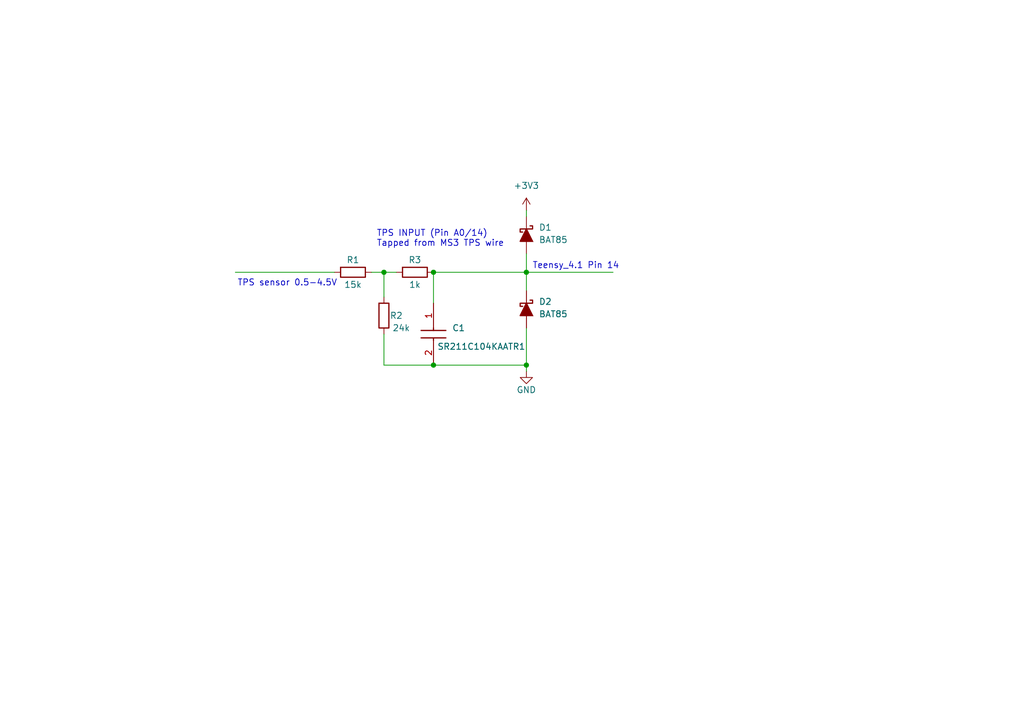
<source format=kicad_sch>
(kicad_sch (version 20250114) (generator "eeschema") (generator_version "9.0")
  (paper "A5")
  (title_block (title "4L60E Controller - Input Conditioning (Overview)") (date "2026-01-26") (rev "B") (comment 1 "Input sheets listed below"))
  (lib_symbols
    (symbol "Device:R" (pin_numbers (hide yes)) (pin_names (offset 0))
      (property "Reference" "R" (at 2.032 0 90))
      (property "Value" "R" (at 0 0 90))
      (symbol "R_0_1"
        (rectangle (start -1.016 -2.54) (end 1.016 2.54) (stroke (width 0.254)))
      )
      (symbol "R_1_1"
        (pin passive line (at 0 3.81 270) (length 1.27) (name "~") (number "1"))
        (pin passive line (at 0 -3.81 90) (length 1.27) (name "~") (number "2"))
      )
    )
    (symbol "PCM_Diode_Schottky_AKL:BAT85" (pin_numbers (hide yes)) (pin_names (offset 1.016) (hide yes))
      (property "Reference" "D" (at 0 5.08 0))
      (property "Value" "BAT85" (at 0 2.54 0))
      (symbol "BAT85_0_1"
        (polyline (pts (xy -1.27 0) (xy 1.27 0)))
        (polyline (pts (xy -1.27 -1.27) (xy -1.27 1.27) (xy 1.27 0) (xy -1.27 -1.27)) (stroke (width 0.254)) (fill (type outline)))
        (polyline (pts (xy 1.905 -0.762) (xy 1.905 -1.27) (xy 1.27 -1.27) (xy 1.27 1.27) (xy 0.635 1.27) (xy 0.635 0.762)) (stroke (width 0.254)))
      )
      (symbol "BAT85_0_2"
        (polyline (pts (xy -2.54 -2.54) (xy 2.54 2.54)))
        (polyline (pts (xy -0.889 -0.889) (xy -1.778 0) (xy 0.889 0.889) (xy 0 -1.778) (xy -0.889 -0.889)) (stroke (width 0.254)) (fill (type outline)))
        (polyline (pts (xy 0 1.778) (xy 1.778 0)) (stroke (width 0.254)))
        (polyline (pts (xy 0 1.778) (xy -0.381 1.397) (xy 0 1.016)) (stroke (width 0.254)))
        (polyline (pts (xy 1.778 0) (xy 2.159 0.381) (xy 1.778 0.762)) (stroke (width 0.254)))
      )
      (symbol "BAT85_1_1"
        (pin passive line (at -3.81 0 0) (length 2.54) (name "A") (number "2"))
        (pin passive line (at 3.81 0 180) (length 2.54) (name "K") (number "1"))
      )
      (symbol "BAT85_1_2"
        (pin passive line (at -2.54 -2.54 0) (length 0) (name "A") (number "2"))
        (pin passive line (at 2.54 2.54 180) (length 0) (name "K") (number "1"))
      )
    )
    (symbol "SamacSys_Parts:SR211C104KAATR1" (pin_names (hide yes))
      (property "Reference" "C" (at 8.89 6.35 0))
      (property "Value" "SR211C104KAATR1" (at 8.89 3.81 0))
      (symbol "SR211C104KAATR1_1_1"
        (polyline (pts (xy 5.08 0) (xy 5.588 0)) (stroke (width 0.254)))
        (polyline (pts (xy 5.588 2.54) (xy 5.588 -2.54)) (stroke (width 0.254)))
        (polyline (pts (xy 7.112 2.54) (xy 7.112 -2.54)) (stroke (width 0.254)))
        (polyline (pts (xy 7.112 0) (xy 7.62 0)) (stroke (width 0.254)))
        (pin passive line (at 0 0 0) (length 5.08) (name "1") (number "1"))
        (pin passive line (at 12.7 0 180) (length 5.08) (name "2") (number "2"))
      )
    )
    (symbol "power:+3V3" (power) (pin_numbers (hide yes)) (pin_names (offset 0) (hide yes))
      (property "Value" "+3V3" (at 0 3.556 0))
      (symbol "+3V3_0_1"
        (polyline (pts (xy -0.762 1.27) (xy 0 2.54)))
        (polyline (pts (xy 0 2.54) (xy 0.762 1.27)))
        (polyline (pts (xy 0 0) (xy 0 2.54)))
      )
      (symbol "+3V3_1_1"
        (pin power_in line (at 0 0 90) (length 0) (name "~") (number "1"))
      )
    )
    (symbol "power:GND" (power) (pin_numbers (hide yes)) (pin_names (offset 0) (hide yes))
      (property "Value" "GND" (at 0 -3.81 0))
      (symbol "GND_0_1"
        (polyline (pts (xy 0 0) (xy 0 -1.27) (xy 1.27 -1.27) (xy 0 -2.54) (xy -1.27 -1.27) (xy 0 -1.27)))
      )
      (symbol "GND_1_1"
        (pin power_in line (at 0 0 270) (length 0) (name "~") (number "1"))
      )
    )
  )
  (text "TPS INPUT (Pin A0/14)\nTapped from MS3 TPS wire" (at 77.216 49.022 0) (effects (font (size 1.27 1.27)) (justify left)))
  (text "Teensy_4.1 Pin 14" (at 118.11 54.61 0) (effects (font (size 1.27 1.27))))
  (text "TPS sensor 0.5-4.5V" (at 58.928 58.166 0) (effects (font (size 1.27 1.27))))
  (junction (at 88.9 55.88))
  (junction (at 107.95 74.93))
  (junction (at 88.9 74.93))
  (junction (at 107.95 55.88))
  (junction (at 78.74 55.88))
  (wire (pts (xy 88.9 74.93) (xy 107.95 74.93)))
  (wire (pts (xy 107.95 43.18) (xy 107.95 44.45)))
  (wire (pts (xy 78.74 55.88) (xy 78.74 60.96)))
  (wire (pts (xy 107.95 74.93) (xy 107.95 76.2)))
  (wire (pts (xy 107.95 67.31) (xy 107.95 74.93)))
  (wire (pts (xy 68.58 55.88) (xy 48.26 55.88)))
  (wire (pts (xy 107.95 52.07) (xy 107.95 55.88)))
  (wire (pts (xy 76.2 55.88) (xy 78.74 55.88)))
  (wire (pts (xy 88.9 55.88) (xy 107.95 55.88)))
  (wire (pts (xy 78.74 74.93) (xy 88.9 74.93)))
  (wire (pts (xy 125.73 55.88) (xy 107.95 55.88)))
  (wire (pts (xy 78.74 55.88) (xy 81.28 55.88)))
  (wire (pts (xy 88.9 55.88) (xy 88.9 62.23)))
  (wire (pts (xy 78.74 68.58) (xy 78.74 74.93)))
  (wire (pts (xy 107.95 55.88) (xy 107.95 59.69)))
  (symbol (lib_id "power:GND") (at 107.95 76.2 0) (unit 1) (in_bom no)
    (property "Reference" "#PWR02" (effects (hide yes)))
    (property "Value" "GND" (at 107.95 80.01 0))
  )
  (symbol (lib_id "power:+3V3") (at 107.95 43.18 0) (unit 1)
    (property "Reference" "#PWR01" (effects (hide yes)))
    (property "Value" "+3V3" (at 107.95 38.1 0))
    (property "Description" "Power symbol creates a global label with name \"+3V3\"" (effects (hide yes)))
  )
  (symbol (lib_id "PCM_Diode_Schottky_AKL:BAT85") (at 107.95 63.5 90) (unit 1)
    (property "Reference" "D2" (at 110.49 61.9124 90) (effects (justify right)))
    (property "Value" "BAT85" (at 110.49 64.4524 90) (effects (justify right)))
    (property "Footprint" "PCM_Diode_THT_AKL:D_DO-34_SOD68_P7.62mm_Horizontal" (effects (hide yes)))
    (property "Datasheet" "https://www.tme.eu/Document/a02201ffd45e43da73ea0afaa07300b7/BAT85.pdf" (effects (hide yes)))
    (property "Description" "DO-34 Schottky diode, 30V, 200mA, Alternate KiCAD Library" (effects (hide yes)))
  )
  (symbol (lib_id "SamacSys_Parts:SR211C104KAATR1") (at 88.9 62.23 270) (unit 1)
    (property "Reference" "C1" (at 92.71 67.3099 90) (effects (justify left)))
    (property "Value" "SR211C104KAATR1" (at 89.662 71.12 90) (effects (justify left)))
    (property "Footprint" "SamacSys_Parts:SR211C104KAATR1" (effects (hide yes)))
    (property "Datasheet" "https://datasheets.kyocera-avx.com/SR-Series.pdf" (effects (hide yes)))
    (property "Description" "Multilayer Ceramic Capacitors MLCC - Leaded 100V 0.1uF X7R Long Leads 1\"min 10% A 581-SR211C104KARTR1" (effects (hide yes)))
    (property "Height" "5.08" (effects (hide yes)))
    (property "Mouser Part Number" "581-SR211C104KAATR1" (effects (hide yes)))
    (property "Mouser Price/Stock" "https://www.mouser.co.uk/ProductDetail/KYOCERA-AVX/SR211C104KAATR1?qs=wrl9V6q653S2nTpVE13MlA%3D%3D" (effects (hide yes)))
    (property "Manufacturer_Name" "Kyocera AVX" (effects (hide yes)))
    (property "Manufacturer_Part_Number" "SR211C104KAATR1" (effects (hide yes)))
  )
  (symbol (lib_id "Device:R") (at 85.09 55.88 90) (unit 1)
    (property "Reference" "R3" (at 85.09 53.34 90))
    (property "Value" "1k" (at 85.09 58.42 90))
  )
  (symbol (lib_id "PCM_Diode_Schottky_AKL:BAT85") (at 107.95 48.26 90) (unit 1)
    (property "Reference" "D1" (at 110.49 46.6724 90) (effects (justify right)))
    (property "Value" "BAT85" (at 110.49 49.2124 90) (effects (justify right)))
    (property "Footprint" "PCM_Diode_THT_AKL:D_DO-34_SOD68_P7.62mm_Horizontal" (effects (hide yes)))
    (property "Datasheet" "https://www.tme.eu/Document/a02201ffd45e43da73ea0afaa07300b7/BAT85.pdf" (effects (hide yes)))
    (property "Description" "DO-34 Schottky diode, 30V, 200mA, Alternate KiCAD Library" (effects (hide yes)))
  )
  (symbol (lib_id "Device:R") (at 72.39 55.88 90) (unit 1)
    (property "Reference" "R1" (at 72.39 53.34 90))
    (property "Value" "15k" (at 72.39 58.42 90))
  )
  (symbol (lib_id "Device:R") (at 78.74 64.77 0) (unit 1)
    (property "Reference" "R2" (at 81.28 64.77 0))
    (property "Value" "24k" (at 82.296 67.31 0))
  )
)
</source>
